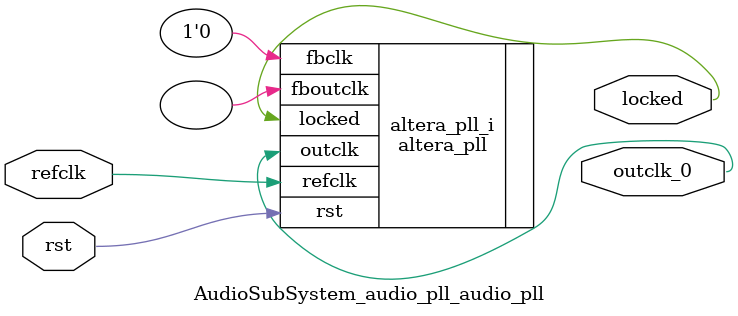
<source format=v>
`timescale 1ns/10ps
module  AudioSubSystem_audio_pll_audio_pll(

	// interface 'refclk'
	input wire refclk,

	// interface 'reset'
	input wire rst,

	// interface 'outclk0'
	output wire outclk_0,

	// interface 'locked'
	output wire locked
);

	altera_pll #(
		.fractional_vco_multiplier("false"),
		.reference_clock_frequency("50.0 MHz"),
		.operation_mode("direct"),
		.number_of_clocks(1),
		.output_clock_frequency0("12.288135 MHz"),
		.phase_shift0("0 ps"),
		.duty_cycle0(50),
		.output_clock_frequency1("0 MHz"),
		.phase_shift1("0 ps"),
		.duty_cycle1(50),
		.output_clock_frequency2("0 MHz"),
		.phase_shift2("0 ps"),
		.duty_cycle2(50),
		.output_clock_frequency3("0 MHz"),
		.phase_shift3("0 ps"),
		.duty_cycle3(50),
		.output_clock_frequency4("0 MHz"),
		.phase_shift4("0 ps"),
		.duty_cycle4(50),
		.output_clock_frequency5("0 MHz"),
		.phase_shift5("0 ps"),
		.duty_cycle5(50),
		.output_clock_frequency6("0 MHz"),
		.phase_shift6("0 ps"),
		.duty_cycle6(50),
		.output_clock_frequency7("0 MHz"),
		.phase_shift7("0 ps"),
		.duty_cycle7(50),
		.output_clock_frequency8("0 MHz"),
		.phase_shift8("0 ps"),
		.duty_cycle8(50),
		.output_clock_frequency9("0 MHz"),
		.phase_shift9("0 ps"),
		.duty_cycle9(50),
		.output_clock_frequency10("0 MHz"),
		.phase_shift10("0 ps"),
		.duty_cycle10(50),
		.output_clock_frequency11("0 MHz"),
		.phase_shift11("0 ps"),
		.duty_cycle11(50),
		.output_clock_frequency12("0 MHz"),
		.phase_shift12("0 ps"),
		.duty_cycle12(50),
		.output_clock_frequency13("0 MHz"),
		.phase_shift13("0 ps"),
		.duty_cycle13(50),
		.output_clock_frequency14("0 MHz"),
		.phase_shift14("0 ps"),
		.duty_cycle14(50),
		.output_clock_frequency15("0 MHz"),
		.phase_shift15("0 ps"),
		.duty_cycle15(50),
		.output_clock_frequency16("0 MHz"),
		.phase_shift16("0 ps"),
		.duty_cycle16(50),
		.output_clock_frequency17("0 MHz"),
		.phase_shift17("0 ps"),
		.duty_cycle17(50),
		.pll_type("General"),
		.pll_subtype("General")
	) altera_pll_i (
		.rst	(rst),
		.outclk	({outclk_0}),
		.locked	(locked),
		.fboutclk	( ),
		.fbclk	(1'b0),
		.refclk	(refclk)
	);
endmodule


</source>
